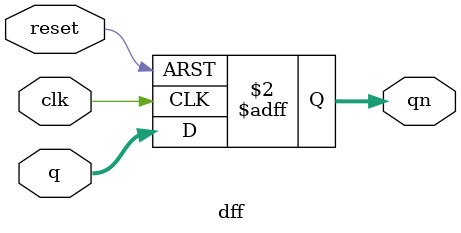
<source format=sv>
`ifndef DFF
`define DFF

`timescale 1ns/100ps

module dff
    #(parameter n = 32)(
    //
    // ---------------- PORT DEFINITIONS ----------------
    //
    input  logic clk, reset,
    input  logic [(n-1):0] q,
    output logic [(n-1):0] qn
);
    //
    // ---------------- MODULE DESIGN IMPLEMENTATION ----------------
    //
    always @(posedge clk or posedge reset) begin
        if (reset) qn <= {n{1'b0}}; // if reset is active, reset the output to all zeros
        else qn <= q; // capture the data input at the positive clock edge
    end
endmodule

`endif // DFF
</source>
